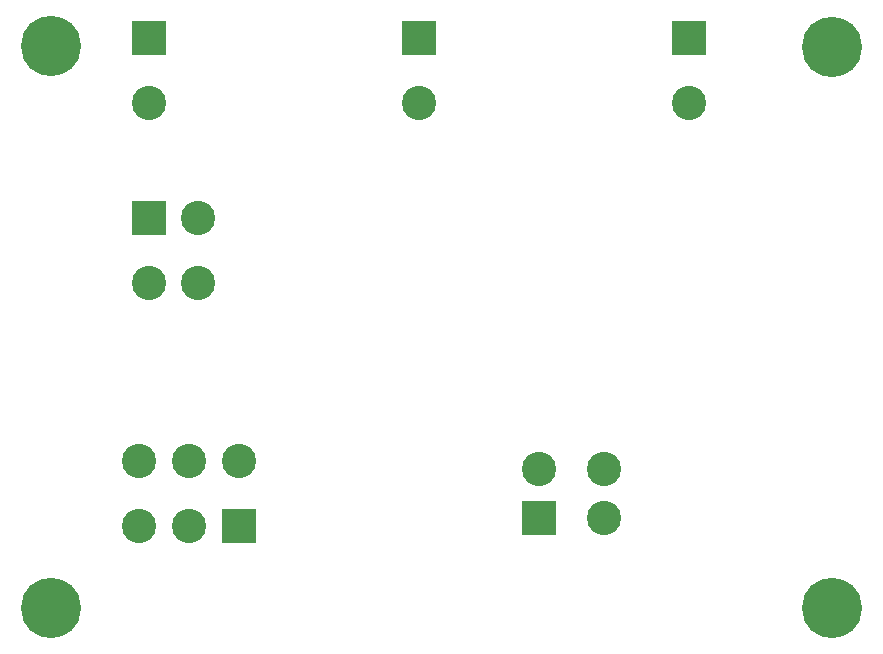
<source format=gbr>
%TF.GenerationSoftware,KiCad,Pcbnew,(5.1.6)-1*%
%TF.CreationDate,2021-02-09T17:38:17-05:00*%
%TF.ProjectId,GLV_BOBV6,474c565f-424f-4425-9636-2e6b69636164,rev?*%
%TF.SameCoordinates,Original*%
%TF.FileFunction,Soldermask,Bot*%
%TF.FilePolarity,Negative*%
%FSLAX46Y46*%
G04 Gerber Fmt 4.6, Leading zero omitted, Abs format (unit mm)*
G04 Created by KiCad (PCBNEW (5.1.6)-1) date 2021-02-09 17:38:17*
%MOMM*%
%LPD*%
G01*
G04 APERTURE LIST*
%ADD10R,2.900000X2.900000*%
%ADD11C,2.900000*%
%ADD12C,5.100000*%
G04 APERTURE END LIST*
D10*
%TO.C,J1 LSP*%
X132080000Y-21590000D03*
D11*
X132080000Y-27090000D03*
%TD*%
D10*
%TO.C,J2 Extra 24V*%
X177800000Y-21590000D03*
D11*
X177800000Y-27090000D03*
%TD*%
%TO.C,J3 CAN ISO*%
X154940000Y-27090000D03*
D10*
X154940000Y-21590000D03*
%TD*%
D11*
%TO.C,J4 Logic*%
X170600000Y-58030000D03*
X170600000Y-62230000D03*
X165100000Y-58030000D03*
D10*
X165100000Y-62230000D03*
%TD*%
%TO.C,J5 TSI*%
X132080000Y-36830000D03*
D11*
X136280000Y-36830000D03*
X132080000Y-42330000D03*
X136280000Y-42330000D03*
%TD*%
D10*
%TO.C,J6 Breakers*%
X139700000Y-62865000D03*
D11*
X135500000Y-62865000D03*
X131300000Y-62865000D03*
X139700000Y-57365000D03*
X135500000Y-57365000D03*
X131300000Y-57365000D03*
%TD*%
D12*
%TO.C,H1*%
X123825000Y-22225000D03*
%TD*%
%TO.C,H2*%
X123825000Y-69850000D03*
%TD*%
%TO.C,H3*%
X189950000Y-22350000D03*
%TD*%
%TO.C,H4*%
X189950000Y-69800000D03*
%TD*%
M02*

</source>
